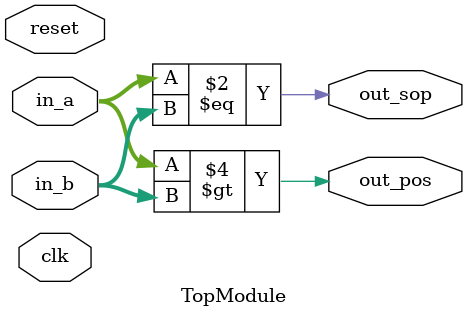
<source format=sv>
module TopModule (
    input logic clk,
    input logic reset,
    input logic [3:0] in_a,
    input logic [3:0] in_b,
    output logic out_sop,
    output logic out_pos
);

    // Combinational logic for out_sop
    always @(*) begin
        // Implement the logic for out_sop based on input conditions
        // Example logic: out_sop is high if in_a and in_b are equal
        out_sop = (in_a == in_b);
    end

    // Combinational logic for out_pos
    always @(*) begin
        // Implement the logic for out_pos based on input conditions
        // Example logic: out_pos is high if in_a is greater than in_b
        out_pos = (in_a > in_b);
    end

endmodule
</source>
